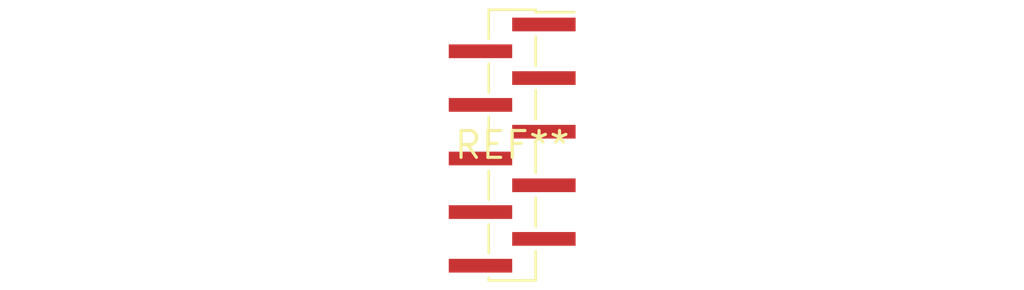
<source format=kicad_pcb>
(kicad_pcb (version 20240108) (generator pcbnew)
  (layers (0 "F.Cu" signal) (31 "B.Cu" signal) (34 "B.Paste" user) (35 "F.Paste" user) (36 "B.SilkS" user "B.Silkscreen") (37 "F.SilkS" user "F.Silkscreen") (38 "B.Mask" user) (39 "F.Mask" user) (44 "Edge.Cuts" user))
  (net 0 "")
  (footprint "PinHeader_1x10_P1.27mm_Vertical_SMD_Pin1Right" (layer "F.Cu") (at 0 0)
    (property "Reference" "REF**")
    (property "Value" "PinHeader_1x10_P1.27mm_Vertical_SMD_Pin1Right")
    (fp_line (start -1.11 -6.41) (end 1.11 -6.41) (layer "F.SilkS") (stroke (width 0.12)))
    (fp_line (start -1.11 -6.4) (end -1.11 -5.03) (layer "F.SilkS") (stroke (width 0.12)))
    (fp_line (start -1.11 -3.86) (end -1.11 -2.49) (layer "F.SilkS") (stroke (width 0.12)))
    (fp_line (start -1.11 -1.32) (end -1.11 0.05) (layer "F.SilkS") (stroke (width 0.12)))
    (fp_line (start -1.11 1.22) (end -1.11 2.59) (layer "F.SilkS") (stroke (width 0.12)))
    (fp_line (start -1.11 3.76) (end -1.11 5.13) (layer "F.SilkS") (stroke (width 0.12)))
    (fp_line (start -1.11 6.3) (end -1.11 6.41) (layer "F.SilkS") (stroke (width 0.12)))
    (fp_line (start -1.11 6.41) (end 1.11 6.41) (layer "F.SilkS") (stroke (width 0.12)))
    (fp_line (start 1.11 -6.41) (end 1.11 -6.3) (layer "F.SilkS") (stroke (width 0.12)))
    (fp_line (start 1.11 -6.3) (end 2.94 -6.3) (layer "F.SilkS") (stroke (width 0.12)))
    (fp_line (start 1.11 -5.13) (end 1.11 -3.76) (layer "F.SilkS") (stroke (width 0.12)))
    (fp_line (start 1.11 -2.59) (end 1.11 -1.22) (layer "F.SilkS") (stroke (width 0.12)))
    (fp_line (start 1.11 -0.05) (end 1.11 1.32) (layer "F.SilkS") (stroke (width 0.12)))
    (fp_line (start 1.11 2.49) (end 1.11 3.86) (layer "F.SilkS") (stroke (width 0.12)))
    (fp_line (start 1.11 5.03) (end 1.11 6.4) (layer "F.SilkS") (stroke (width 0.12)))
    (pad "1" smd rect (at 1.5 -5.715) (size 3 0.65) (layers "F.Cu" "F.Paste" "F.Mask"))
    (pad "2" smd rect (at -1.5 -4.445) (size 3 0.65) (layers "F.Cu" "F.Paste" "F.Mask"))
    (pad "3" smd rect (at 1.5 -3.175) (size 3 0.65) (layers "F.Cu" "F.Paste" "F.Mask"))
    (pad "4" smd rect (at -1.5 -1.905) (size 3 0.65) (layers "F.Cu" "F.Paste" "F.Mask"))
    (pad "5" smd rect (at 1.5 -0.635) (size 3 0.65) (layers "F.Cu" "F.Paste" "F.Mask"))
    (pad "6" smd rect (at -1.5 0.635) (size 3 0.65) (layers "F.Cu" "F.Paste" "F.Mask"))
    (pad "7" smd rect (at 1.5 1.905) (size 3 0.65) (layers "F.Cu" "F.Paste" "F.Mask"))
    (pad "8" smd rect (at -1.5 3.175) (size 3 0.65) (layers "F.Cu" "F.Paste" "F.Mask"))
    (pad "9" smd rect (at 1.5 4.445) (size 3 0.65) (layers "F.Cu" "F.Paste" "F.Mask"))
    (pad "10" smd rect (at -1.5 5.715) (size 3 0.65) (layers "F.Cu" "F.Paste" "F.Mask"))
  )
)
</source>
